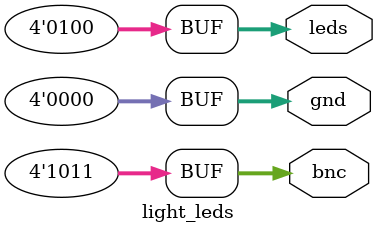
<source format=v>
`timescale 1ns / 1ps


module light_leds(
    output wire [3:0] leds,
    output wire [3:0] bnc,
    output wire [3:0] gnd
    );
    
    localparam code = 4'b1011;
    assign leds = ~code;
    assign bnc = code;
    assign gnd = 4'b0000;
    
endmodule

</source>
